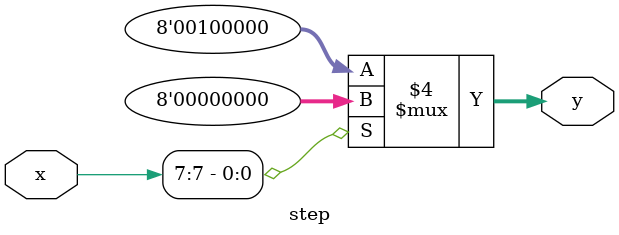
<source format=sv>
`timescale 1ns / 1ps

module step #(parameter M=8,parameter N=8, parameter y_integer=3,parameter y_fraction=5)(
    input logic[M-1:0] x,
    output logic[N-1:0] y
);
  always_comb begin
    if(x[M-1]==0)y={{(y_integer-1){1'b0}},1'b1,{y_fraction{1'b0}}};
    else y='b0;
  end
endmodule
</source>
